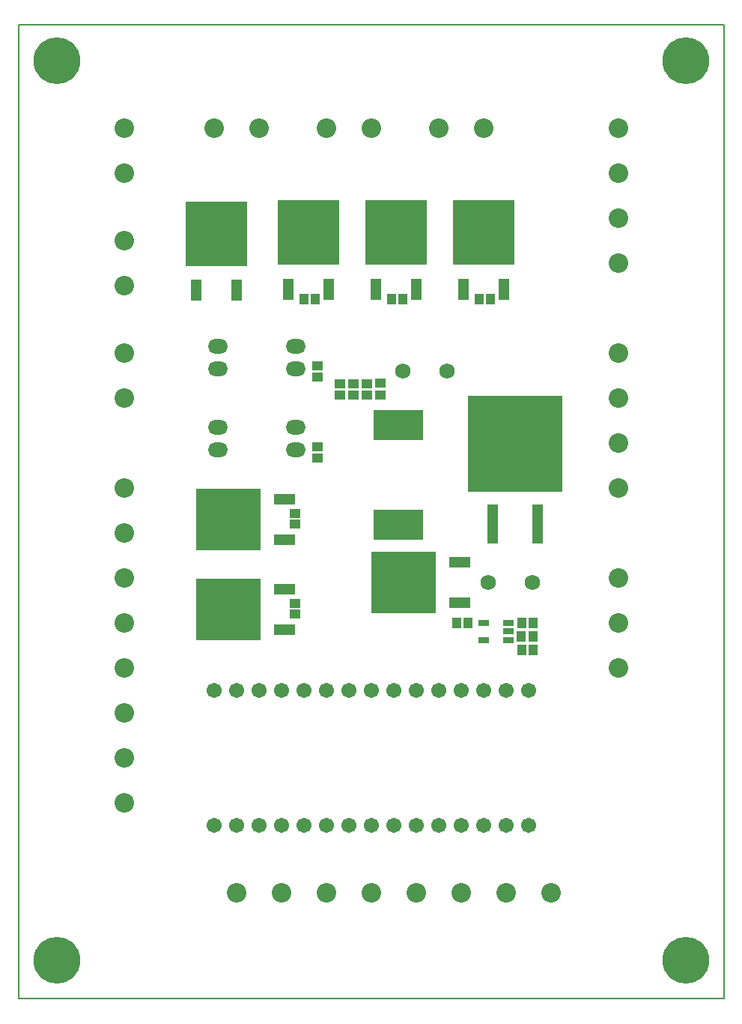
<source format=gts>
G04*
G04 #@! TF.GenerationSoftware,Altium Limited,Altium Designer,22.3.1 (43)*
G04*
G04 Layer_Color=8388736*
%FSLAX25Y25*%
%MOIN*%
G70*
G04*
G04 #@! TF.SameCoordinates,142BF1C5-0EC6-4A49-94C7-97FE39397288*
G04*
G04*
G04 #@! TF.FilePolarity,Negative*
G04*
G01*
G75*
%ADD13C,0.00787*%
%ADD14R,0.04934X0.17729*%
%ADD15R,0.42139X0.42532*%
%ADD16R,0.22453X0.13595*%
%ADD17R,0.27572X0.29147*%
%ADD18R,0.04540X0.09461*%
%ADD19O,0.08871X0.06509*%
%ADD20R,0.04540X0.04147*%
%ADD21R,0.04147X0.04540*%
%ADD22R,0.09461X0.04540*%
%ADD23R,0.29147X0.27572*%
%ADD24R,0.04737X0.04343*%
%ADD25R,0.04737X0.03162*%
%ADD26R,0.04343X0.04737*%
%ADD27C,0.06706*%
%ADD28C,0.20800*%
%ADD29C,0.08674*%
%ADD30C,0.06800*%
D13*
X353000Y526000D02*
X667000D01*
X667000Y93000D01*
X353000D02*
X667000D01*
X353000Y526000D02*
X353000Y93000D01*
D14*
X564000Y304000D02*
D03*
X584000D02*
D03*
D15*
X574000Y339630D02*
D03*
D16*
X522000Y303709D02*
D03*
Y348000D02*
D03*
D17*
X440976Y433197D02*
D03*
X521079Y433677D02*
D03*
X482000D02*
D03*
X560000D02*
D03*
D18*
X449953Y408000D02*
D03*
X432000D02*
D03*
X512102Y408480D02*
D03*
X530055D02*
D03*
X473024D02*
D03*
X490976D02*
D03*
X551024D02*
D03*
X568976D02*
D03*
D19*
X441815Y383000D02*
D03*
Y373000D02*
D03*
X476461Y383000D02*
D03*
Y373000D02*
D03*
X441815Y347000D02*
D03*
Y337000D02*
D03*
X476461Y347000D02*
D03*
Y337000D02*
D03*
D20*
X486000Y369539D02*
D03*
Y374461D02*
D03*
Y333539D02*
D03*
Y338461D02*
D03*
X476000Y304000D02*
D03*
Y308921D02*
D03*
Y264000D02*
D03*
Y268921D02*
D03*
X508000Y361539D02*
D03*
Y366461D02*
D03*
X502000Y361539D02*
D03*
Y366461D02*
D03*
X496000D02*
D03*
Y361539D02*
D03*
D21*
X480000Y404000D02*
D03*
X484921D02*
D03*
X558000D02*
D03*
X562921D02*
D03*
X519079D02*
D03*
X524000D02*
D03*
X582000Y248000D02*
D03*
X577079D02*
D03*
X548000Y260000D02*
D03*
X552921D02*
D03*
X582000D02*
D03*
X577079D02*
D03*
D22*
X471520Y297024D02*
D03*
Y314976D02*
D03*
Y257024D02*
D03*
Y274976D02*
D03*
X549520Y269024D02*
D03*
Y286976D02*
D03*
D23*
X446323Y306000D02*
D03*
Y266000D02*
D03*
X524323Y278000D02*
D03*
D24*
X514000Y366657D02*
D03*
Y361343D02*
D03*
D25*
X571024Y252520D02*
D03*
Y256260D02*
D03*
Y260000D02*
D03*
X560000D02*
D03*
Y252520D02*
D03*
D26*
X576882Y254000D02*
D03*
X582197D02*
D03*
D27*
X450000Y170000D02*
D03*
X460000D02*
D03*
X470000D02*
D03*
X480000D02*
D03*
X490000D02*
D03*
X500000D02*
D03*
X510000D02*
D03*
X520000D02*
D03*
X530000D02*
D03*
X540000D02*
D03*
X550000D02*
D03*
X560000D02*
D03*
X570000D02*
D03*
X580000D02*
D03*
X440000Y230000D02*
D03*
X450000D02*
D03*
X460000D02*
D03*
X470000D02*
D03*
X480000D02*
D03*
X490000D02*
D03*
X500000D02*
D03*
X510000D02*
D03*
X520000D02*
D03*
X530000D02*
D03*
X540000D02*
D03*
X550000D02*
D03*
X560000D02*
D03*
X570000D02*
D03*
X580000D02*
D03*
X440000Y170000D02*
D03*
D28*
X650000Y510000D02*
D03*
Y110000D02*
D03*
X370000D02*
D03*
Y510000D02*
D03*
D29*
X560000Y480000D02*
D03*
X540000Y480000D02*
D03*
X510000D02*
D03*
X490000Y480000D02*
D03*
X460000Y480000D02*
D03*
X440000Y480000D02*
D03*
X450000Y140000D02*
D03*
X470000D02*
D03*
X490000D02*
D03*
X510000D02*
D03*
X530000D02*
D03*
X570000D02*
D03*
X590000Y140000D02*
D03*
X550000D02*
D03*
X400000Y320000D02*
D03*
Y300000D02*
D03*
Y280000D02*
D03*
Y260000D02*
D03*
Y240000D02*
D03*
Y200000D02*
D03*
X400000Y180000D02*
D03*
Y220000D02*
D03*
X620000Y260000D02*
D03*
X620000Y280000D02*
D03*
Y240000D02*
D03*
Y420000D02*
D03*
X620000Y460000D02*
D03*
X620000Y480000D02*
D03*
Y440000D02*
D03*
Y320000D02*
D03*
X620000Y360000D02*
D03*
X620000Y380000D02*
D03*
Y340000D02*
D03*
X400000Y460000D02*
D03*
X400000Y480000D02*
D03*
X400000Y410000D02*
D03*
X400000Y430000D02*
D03*
X400000Y360000D02*
D03*
X400000Y380000D02*
D03*
D30*
X524157Y372000D02*
D03*
X543843D02*
D03*
X562157Y278000D02*
D03*
X581843D02*
D03*
M02*

</source>
